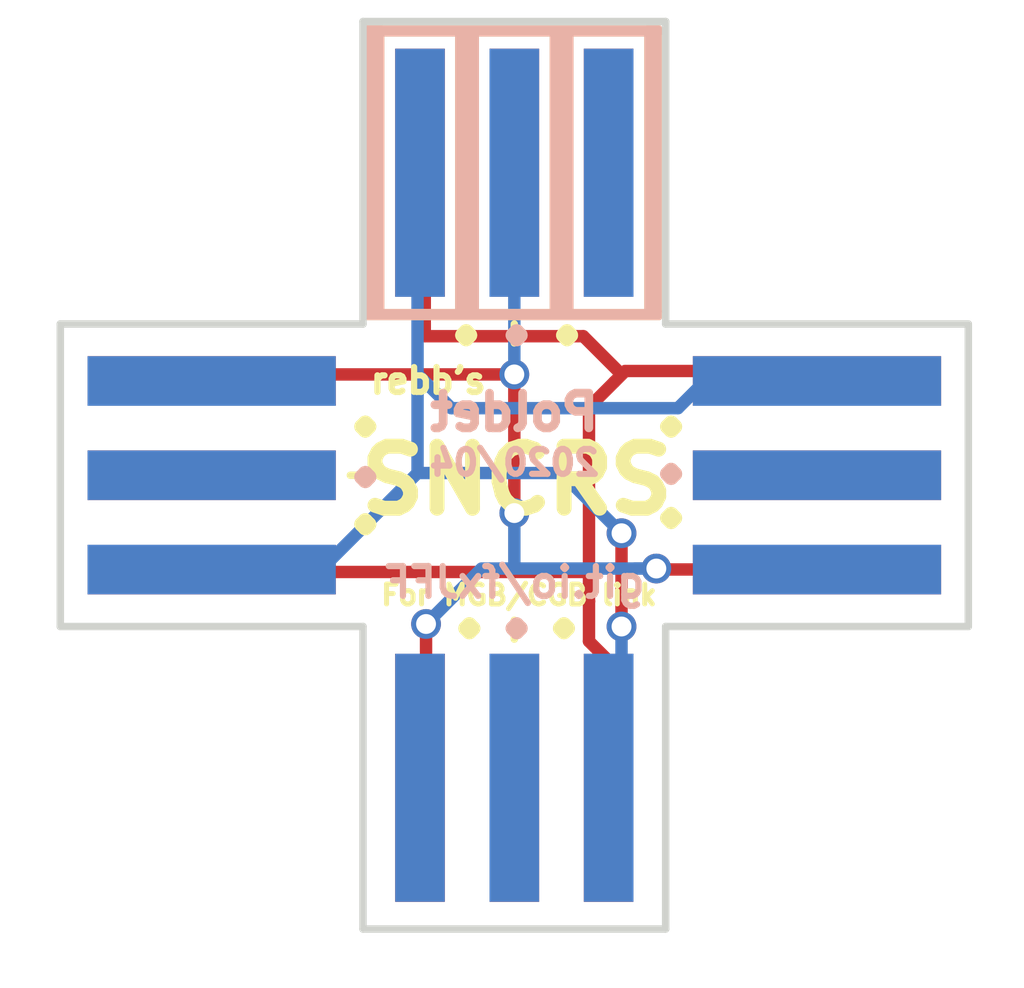
<source format=kicad_pcb>
(kicad_pcb (version 20171130) (host pcbnew "(5.1.5-0-10_14)")

  (general
    (thickness 1.4)
    (drawings 46)
    (tracks 70)
    (zones 0)
    (modules 4)
    (nets 16)
  )

  (page A4)
  (title_block
    (title Syncross)
    (date 2018-10-02)
    (rev 2)
    (comment 1 "Original layout by rebb")
    (comment 2 "Refinements by Poldet")
  )

  (layers
    (0 F.Cu signal)
    (31 B.Cu signal)
    (32 B.Adhes user)
    (33 F.Adhes user)
    (34 B.Paste user)
    (35 F.Paste user)
    (36 B.SilkS user)
    (37 F.SilkS user)
    (38 B.Mask user)
    (39 F.Mask user)
    (40 Dwgs.User user)
    (41 Cmts.User user)
    (42 Eco1.User user)
    (43 Eco2.User user)
    (44 Edge.Cuts user)
    (45 Margin user)
    (46 B.CrtYd user)
    (47 F.CrtYd user)
    (48 B.Fab user)
    (49 F.Fab user)
  )

  (setup
    (last_trace_width 0.25)
    (trace_clearance 0.2)
    (zone_clearance 0.508)
    (zone_45_only no)
    (trace_min 0.2)
    (via_size 0.6)
    (via_drill 0.4)
    (via_min_size 0.4)
    (via_min_drill 0.3)
    (uvia_size 0.3)
    (uvia_drill 0.1)
    (uvias_allowed no)
    (uvia_min_size 0.2)
    (uvia_min_drill 0.1)
    (edge_width 0.15)
    (segment_width 0.2)
    (pcb_text_width 0.3)
    (pcb_text_size 1.5 1.5)
    (mod_edge_width 0.15)
    (mod_text_size 1 1)
    (mod_text_width 0.15)
    (pad_size 1.524 1.524)
    (pad_drill 0.762)
    (pad_to_mask_clearance 0.2)
    (aux_axis_origin 0 0)
    (visible_elements FFFFFF7F)
    (pcbplotparams
      (layerselection 0x00030_80000001)
      (usegerberextensions false)
      (usegerberattributes false)
      (usegerberadvancedattributes false)
      (creategerberjobfile false)
      (excludeedgelayer true)
      (linewidth 0.100000)
      (plotframeref false)
      (viasonmask false)
      (mode 1)
      (useauxorigin false)
      (hpglpennumber 1)
      (hpglpenspeed 20)
      (hpglpendiameter 15.000000)
      (psnegative false)
      (psa4output false)
      (plotreference true)
      (plotvalue true)
      (plotinvisibletext false)
      (padsonsilk false)
      (subtractmaskfromsilk false)
      (outputformat 1)
      (mirror false)
      (drillshape 1)
      (scaleselection 1)
      (outputdirectory ""))
  )

  (net 0 "")
  (net 1 "Net-(conn1-Pad3)")
  (net 2 "Net-(conn1-Pad1)")
  (net 3 "Net-(conn1-Pad4)")
  (net 4 "Net-(conn1-Pad2)")
  (net 5 "Net-(conn1-Pad5)")
  (net 6 "Net-(conn1-Pad6)")
  (net 7 "Net-(conn2-Pad1)")
  (net 8 "Net-(conn2-Pad4)")
  (net 9 "Net-(conn3-Pad1)")
  (net 10 "Net-(conn3-Pad4)")
  (net 11 "Net-(conn5-Pad1)")
  (net 12 "Net-(conn5-Pad4)")
  (net 13 "Net-(conn2-Pad3)")
  (net 14 "Net-(conn3-Pad3)")
  (net 15 "Net-(conn5-Pad3)")

  (net_class Default "This is the default net class."
    (clearance 0.2)
    (trace_width 0.25)
    (via_dia 0.6)
    (via_drill 0.4)
    (uvia_dia 0.3)
    (uvia_drill 0.1)
    (add_net "Net-(conn1-Pad1)")
    (add_net "Net-(conn1-Pad2)")
    (add_net "Net-(conn1-Pad3)")
    (add_net "Net-(conn1-Pad4)")
    (add_net "Net-(conn1-Pad5)")
    (add_net "Net-(conn1-Pad6)")
    (add_net "Net-(conn2-Pad1)")
    (add_net "Net-(conn2-Pad3)")
    (add_net "Net-(conn2-Pad4)")
    (add_net "Net-(conn3-Pad1)")
    (add_net "Net-(conn3-Pad3)")
    (add_net "Net-(conn3-Pad4)")
    (add_net "Net-(conn5-Pad1)")
    (add_net "Net-(conn5-Pad3)")
    (add_net "Net-(conn5-Pad4)")
  )

  (module gb_link:gb-link-socket123 (layer F.Cu) (tedit 5BB29DA5) (tstamp 5869AFBD)
    (at 151.638 104.902)
    (path /584784C8)
    (fp_text reference "" (at 0 4) (layer F.SilkS)
      (effects (font (size 1 1) (thickness 0.15)))
    )
    (fp_text value GBC_link_edge_connector (at 0 -4) (layer F.Fab)
      (effects (font (size 1 1) (thickness 0.15)))
    )
    (pad 4 connect rect (at 0 0) (size 1 5) (layers F.Cu F.Mask)
      (net 10 "Net-(conn3-Pad4)"))
    (pad 6 connect rect (at 1.9 0) (size 1 5) (layers F.Cu F.Mask)
      (net 6 "Net-(conn1-Pad6)"))
    (pad 2 connect rect (at -1.9 0) (size 1 5) (layers F.Cu F.Mask)
      (net 1 "Net-(conn1-Pad3)"))
    (pad 5 connect rect (at 1.9 0) (size 1 5) (layers B.Cu B.Mask)
      (net 5 "Net-(conn1-Pad5)"))
    (pad 3 connect rect (at 0 0) (size 1 5) (layers B.Cu B.Mask)
      (net 14 "Net-(conn3-Pad3)"))
    (pad 1 connect rect (at -1.9 0) (size 1 5) (layers B.Cu B.Mask)
      (net 9 "Net-(conn3-Pad1)"))
  )

  (module gb_link:gb-link-socket123 (layer F.Cu) (tedit 5BB29D90) (tstamp 5869AFB3)
    (at 157.734 98.806 90)
    (path /584782F1)
    (fp_text reference "" (at 5.6388 3.9116 90) (layer F.SilkS)
      (effects (font (size 1 1) (thickness 0.15)))
    )
    (fp_text value GBC_link_edge_connector (at 0 -4 90) (layer F.Fab)
      (effects (font (size 1 1) (thickness 0.15)))
    )
    (pad 4 connect rect (at 0 0 90) (size 1 5) (layers F.Cu F.Mask)
      (net 8 "Net-(conn2-Pad4)"))
    (pad 6 connect rect (at 1.9 0 90) (size 1 5) (layers F.Cu F.Mask)
      (net 6 "Net-(conn1-Pad6)"))
    (pad 2 connect rect (at -1.9 0 90) (size 1 5) (layers F.Cu F.Mask)
      (net 1 "Net-(conn1-Pad3)"))
    (pad 5 connect rect (at 1.9 0 90) (size 1 5) (layers B.Cu B.Mask)
      (net 5 "Net-(conn1-Pad5)"))
    (pad 3 connect rect (at 0 0 90) (size 1 5) (layers B.Cu B.Mask)
      (net 13 "Net-(conn2-Pad3)"))
    (pad 1 connect rect (at -1.9 0 90) (size 1 5) (layers B.Cu B.Mask)
      (net 7 "Net-(conn2-Pad1)"))
  )

  (module gb_link:gb-link-socket123 (layer F.Cu) (tedit 5BB29D5C) (tstamp 5869AFA9)
    (at 151.638 92.71 180)
    (path /584783EF)
    (fp_text reference Master (at 0 4 180) (layer F.SilkS) hide
      (effects (font (size 1 1) (thickness 0.15)))
    )
    (fp_text value GBC_link_edge_connector (at 0 -4 180) (layer F.Fab)
      (effects (font (size 1 1) (thickness 0.15)))
    )
    (pad 4 connect rect (at 0 0 180) (size 1 5) (layers F.Cu F.Mask)
      (net 3 "Net-(conn1-Pad4)"))
    (pad 6 connect rect (at 1.9 0 180) (size 1 5) (layers F.Cu F.Mask)
      (net 6 "Net-(conn1-Pad6)"))
    (pad 2 connect rect (at -1.9 0 180) (size 1 5) (layers F.Cu F.Mask)
      (net 4 "Net-(conn1-Pad2)"))
    (pad 5 connect rect (at 1.9 0 180) (size 1 5) (layers B.Cu B.Mask)
      (net 5 "Net-(conn1-Pad5)"))
    (pad 3 connect rect (at 0 0 180) (size 1 5) (layers B.Cu B.Mask)
      (net 1 "Net-(conn1-Pad3)"))
    (pad 1 connect rect (at -1.9 0 180) (size 1 5) (layers B.Cu B.Mask)
      (net 2 "Net-(conn1-Pad1)"))
  )

  (module gb_link:gb-link-socket123 (layer F.Cu) (tedit 5BB29D05) (tstamp 5869AFC7)
    (at 145.542 98.806 270)
    (path /5847847E)
    (fp_text reference "" (at 0 4 270) (layer F.SilkS)
      (effects (font (size 1 1) (thickness 0.15)))
    )
    (fp_text value GBC_link_edge_connector (at 0 -4 270) (layer F.Fab)
      (effects (font (size 1 1) (thickness 0.15)))
    )
    (pad 4 connect rect (at 0 0 270) (size 1 5) (layers F.Cu F.Mask)
      (net 12 "Net-(conn5-Pad4)"))
    (pad 6 connect rect (at 1.9 0 270) (size 1 5) (layers F.Cu F.Mask)
      (net 6 "Net-(conn1-Pad6)"))
    (pad 2 connect rect (at -1.9 0 270) (size 1 5) (layers F.Cu F.Mask)
      (net 1 "Net-(conn1-Pad3)"))
    (pad 5 connect rect (at 1.9 0 270) (size 1 5) (layers B.Cu B.Mask)
      (net 5 "Net-(conn1-Pad5)"))
    (pad 3 connect rect (at 0 0 270) (size 1 5) (layers B.Cu B.Mask)
      (net 15 "Net-(conn5-Pad3)"))
    (pad 1 connect rect (at -1.9 0 270) (size 1 5) (layers B.Cu B.Mask)
      (net 11 "Net-(conn5-Pad1)"))
  )

  (gr_poly (pts (xy 154.559 95.631) (xy 148.59 95.631) (xy 148.59 95.504) (xy 154.559 95.504)) (layer B.SilkS) (width 0.1) (tstamp 5E989E09))
  (gr_poly (pts (xy 154.559 89.916) (xy 148.59 89.916) (xy 148.59 89.789) (xy 154.559 89.789)) (layer B.SilkS) (width 0.1) (tstamp 5E989DFB))
  (gr_poly (pts (xy 154.559 95.504) (xy 154.305 95.504) (xy 154.305 89.789) (xy 154.559 89.789)) (layer B.SilkS) (width 0.1) (tstamp 5E989DF3))
  (gr_poly (pts (xy 152.781 95.504) (xy 152.4 95.504) (xy 152.4 89.916) (xy 152.781 89.916)) (layer B.SilkS) (width 0.1) (tstamp 5E989DEA))
  (gr_poly (pts (xy 150.876 95.504) (xy 150.495 95.504) (xy 150.495 89.916) (xy 150.876 89.916)) (layer B.SilkS) (width 0.1) (tstamp 5E989DDE))
  (gr_poly (pts (xy 148.971 95.504) (xy 148.59 95.504) (xy 148.59 89.789) (xy 148.971 89.789)) (layer B.SilkS) (width 0.1) (tstamp 5E989DC6))
  (gr_line (start 151.638 102.108) (end 151.638 101.727) (layer F.SilkS) (width 0.15))
  (gr_line (start 151.638 95.758) (end 151.638 96.139) (layer F.SilkS) (width 0.15))
  (gr_line (start 154.94 98.806) (end 154.686 98.806) (layer F.SilkS) (width 0.15))
  (gr_line (start 148.336 98.806) (end 148.59 98.806) (layer F.SilkS) (width 0.15))
  (gr_poly (pts (xy 152.781 95.504) (xy 152.4 95.504) (xy 152.4 89.916) (xy 152.781 89.916)) (layer F.SilkS) (width 0.1))
  (gr_poly (pts (xy 150.876 95.504) (xy 150.495 95.504) (xy 150.495 89.916) (xy 150.876 89.916)) (layer F.SilkS) (width 0.1))
  (gr_poly (pts (xy 154.559 95.631) (xy 148.59 95.631) (xy 148.59 95.504) (xy 154.559 95.504)) (layer F.SilkS) (width 0.1))
  (gr_poly (pts (xy 154.559 95.504) (xy 154.305 95.504) (xy 154.305 89.789) (xy 154.559 89.789)) (layer F.SilkS) (width 0.1))
  (gr_poly (pts (xy 154.559 89.916) (xy 148.59 89.916) (xy 148.59 89.789) (xy 154.559 89.789)) (layer F.SilkS) (width 0.1))
  (gr_poly (pts (xy 148.971 95.504) (xy 148.59 95.504) (xy 148.59 89.789) (xy 148.971 89.789)) (layer F.SilkS) (width 0.1))
  (gr_text . (at 148.082 98.2345) (layer B.SilkS) (tstamp 5E9891B9)
    (effects (font (size 1.5 1.5) (thickness 0.3)) (justify left))
  )
  (gr_text . (at 151.13 101.2825) (layer B.SilkS) (tstamp 5E9891B9)
    (effects (font (size 1.5 1.5) (thickness 0.3)) (justify left))
  )
  (gr_text . (at 154.2415 98.171) (layer B.SilkS) (tstamp 5E9891B9)
    (effects (font (size 1.5 1.5) (thickness 0.3)) (justify left))
  )
  (gr_text . (at 151.13 95.377) (layer B.SilkS) (tstamp 5E989196)
    (effects (font (size 1.5 1.5) (thickness 0.3)) (justify left))
  )
  (gr_text . (at 148.082 97.2185) (layer F.SilkS) (tstamp 5E989196)
    (effects (font (size 1.5 1.5) (thickness 0.3)) (justify left))
  )
  (gr_text . (at 148.082 99.187) (layer F.SilkS) (tstamp 5E989196)
    (effects (font (size 1.5 1.5) (thickness 0.3)) (justify left))
  )
  (gr_text . (at 152.0825 101.2825) (layer F.SilkS) (tstamp 5E989196)
    (effects (font (size 1.5 1.5) (thickness 0.3)) (justify left))
  )
  (gr_text . (at 150.1775 101.2825) (layer F.SilkS) (tstamp 5E989196)
    (effects (font (size 1.5 1.5) (thickness 0.3)) (justify left))
  )
  (gr_text . (at 154.2415 99.06) (layer F.SilkS) (tstamp 5E97379C)
    (effects (font (size 1.5 1.5) (thickness 0.3)) (justify left))
  )
  (gr_text . (at 154.2415 97.2185) (layer F.SilkS) (tstamp 5E9737EA)
    (effects (font (size 1.5 1.5) (thickness 0.3)) (justify left))
  )
  (gr_text . (at 152.146 95.377) (layer F.SilkS) (tstamp 5E97379C)
    (effects (font (size 1.5 1.5) (thickness 0.3)) (justify left))
  )
  (gr_text . (at 150.114 95.377) (layer F.SilkS)
    (effects (font (size 1.5 1.5) (thickness 0.3)) (justify left))
  )
  (gr_text Poldet (at 151.638 97.536) (layer B.SilkS)
    (effects (font (size 0.7 0.7) (thickness 0.175)) (justify mirror))
  )
  (gr_text git.io/fxJFF (at 151.638 100.965) (layer B.SilkS)
    (effects (font (size 0.6 0.6) (thickness 0.125)) (justify mirror))
  )
  (gr_text "For MGB/CGB link" (at 154.559 101.219) (layer F.SilkS)
    (effects (font (size 0.4 0.4) (thickness 0.1)) (justify right))
  )
  (gr_text rebb’s (at 151.13 96.901) (layer F.SilkS)
    (effects (font (size 0.5 0.5) (thickness 0.125)) (justify right))
  )
  (gr_text 2020/04 (at 151.638 98.552) (layer B.SilkS)
    (effects (font (size 0.5 0.5) (thickness 0.125)) (justify mirror))
  )
  (gr_text SNCRS (at 151.6888 98.9076) (layer F.SilkS)
    (effects (font (size 1.25 1.25) (thickness 0.3)))
  )
  (gr_line (start 148.59 95.758) (end 148.59 89.662) (layer Edge.Cuts) (width 0.15))
  (gr_line (start 142.494 95.758) (end 148.59 95.758) (layer Edge.Cuts) (width 0.15))
  (gr_line (start 142.494 101.854) (end 142.494 95.758) (layer Edge.Cuts) (width 0.15))
  (gr_line (start 148.59 101.854) (end 142.494 101.854) (layer Edge.Cuts) (width 0.15))
  (gr_line (start 148.59 107.95) (end 148.59 101.854) (layer Edge.Cuts) (width 0.15))
  (gr_line (start 154.686 107.95) (end 148.59 107.95) (layer Edge.Cuts) (width 0.15))
  (gr_line (start 154.686 101.854) (end 154.686 107.95) (layer Edge.Cuts) (width 0.15))
  (gr_line (start 160.782 101.854) (end 154.686 101.854) (layer Edge.Cuts) (width 0.15))
  (gr_line (start 160.782 95.758) (end 160.782 101.854) (layer Edge.Cuts) (width 0.15))
  (gr_line (start 154.686 95.758) (end 160.782 95.758) (layer Edge.Cuts) (width 0.15))
  (gr_line (start 154.686 89.662) (end 154.686 95.758) (layer Edge.Cuts) (width 0.15))
  (gr_line (start 148.59 89.662) (end 154.686 89.662) (layer Edge.Cuts) (width 0.15))

  (segment (start 151.638 99.469186) (end 151.638 96.774) (width 0.25) (layer F.Cu) (net 1))
  (segment (start 151.638 100.6856) (end 151.638 99.5172) (width 0.25) (layer B.Cu) (net 1))
  (via (at 151.638 99.568) (size 0.6) (drill 0.4) (layers F.Cu B.Cu) (net 1))
  (segment (start 151.0284 100.6856) (end 151.5872 100.6856) (width 0.25) (layer B.Cu) (net 1))
  (segment (start 149.86 101.8032) (end 150.9776 100.6856) (width 0.25) (layer B.Cu) (net 1))
  (segment (start 154.51701 100.7044) (end 154.49821 100.6856) (width 0.25) (layer F.Cu) (net 1))
  (segment (start 157.6832 100.7044) (end 154.51701 100.7044) (width 0.25) (layer F.Cu) (net 1) (status 10))
  (via (at 154.49821 100.6856) (size 0.6) (drill 0.4) (layers F.Cu B.Cu) (net 1))
  (segment (start 149.86 104.8832) (end 149.86 101.8032) (width 0.25) (layer F.Cu) (net 1) (status 10))
  (segment (start 149.892 101.822) (end 149.9108 101.8032) (width 0.25) (layer F.Cu) (net 1))
  (via (at 149.86 101.8032) (size 0.6) (drill 0.4) (layers F.Cu B.Cu) (net 1))
  (segment (start 145.574 96.774) (end 147.574 96.774) (width 0.25) (layer F.Cu) (net 1) (status 30))
  (segment (start 145.659614 96.774) (end 151.638 96.774) (width 0.25) (layer F.Cu) (net 1) (status 10))
  (segment (start 151.638 92.712786) (end 151.638 96.774) (width 0.25) (layer B.Cu) (net 1) (status 10))
  (via (at 151.638 96.774) (size 0.6) (drill 0.4) (layers F.Cu B.Cu) (net 1))
  (segment (start 151.6888 92.71) (end 151.6888 94.71) (width 0.25) (layer B.Cu) (net 1) (status 30))
  (segment (start 157.702 100.711) (end 155.702 100.711) (width 0.25) (layer F.Cu) (net 1) (status 30))
  (segment (start 155.6324 100.8888) (end 157.6324 100.8888) (width 0.25) (layer F.Cu) (net 1) (status 30))
  (segment (start 149.892 104.902) (end 149.892 102.902) (width 0.25) (layer F.Cu) (net 1) (status 30))
  (segment (start 149.835802 102.902) (end 149.7716 102.902) (width 0.25) (layer F.Cu) (net 1) (status 30))
  (segment (start 149.7716 104.902) (end 149.7716 102.902) (width 0.25) (layer F.Cu) (net 1) (status 30))
  (segment (start 151.5872 100.6856) (end 154.49821 100.6856) (width 0.25) (layer B.Cu) (net 1))
  (segment (start 154.073946 100.6856) (end 154.49821 100.6856) (width 0.25) (layer B.Cu) (net 1))
  (segment (start 151.5872 100.6856) (end 151.7396 100.6856) (width 0.25) (layer B.Cu) (net 1))
  (segment (start 151.672786 96.7552) (end 151.6988 96.781214) (width 0.25) (layer F.Cu) (net 1))
  (segment (start 151.6988 96.781214) (end 151.658 96.740414) (width 0.25) (layer F.Cu) (net 1))
  (segment (start 151.6888 96.771214) (end 151.6988 96.781214) (width 0.25) (layer B.Cu) (net 1))
  (segment (start 153.6888 92.71) (end 153.6888 94.71) (width 0.25) (layer B.Cu) (net 2) (status 30))
  (segment (start 153.6888 92.71) (end 153.6888 94.71) (width 0.25) (layer F.Cu) (net 4) (status 30))
  (segment (start 153.6888 92.964) (end 153.6888 94.964) (width 0.25) (layer F.Cu) (net 4) (status 30))
  (segment (start 153.797 104.835202) (end 153.797 101.854) (width 0.25) (layer B.Cu) (net 5) (status 10))
  (segment (start 153.892 101.920798) (end 153.8732 101.901998) (width 0.25) (layer B.Cu) (net 5))
  (segment (start 153.797 99.9744) (end 153.797 101.901998) (width 0.25) (layer F.Cu) (net 5))
  (via (at 153.797 101.854) (size 0.6) (drill 0.4) (layers F.Cu B.Cu) (net 5))
  (via (at 153.797 99.9744) (size 0.6) (drill 0.4) (layers F.Cu B.Cu) (net 5))
  (segment (start 149.6888 98.7608) (end 152.55 98.7608) (width 0.25) (layer B.Cu) (net 5))
  (segment (start 152.5834 98.7608) (end 153.797 99.9744) (width 0.25) (layer B.Cu) (net 5))
  (segment (start 150.3692 97.4544) (end 149.6888 96.774) (width 0.25) (layer B.Cu) (net 5))
  (segment (start 154.9332 97.4544) (end 150.3692 97.4544) (width 0.25) (layer B.Cu) (net 5))
  (segment (start 155.6832 96.7044) (end 154.9332 97.4544) (width 0.25) (layer B.Cu) (net 5) (status 10))
  (segment (start 157.6832 96.7044) (end 155.6832 96.7044) (width 0.25) (layer B.Cu) (net 5) (status 30))
  (segment (start 147.6944 100.7552) (end 149.6888 98.7608) (width 0.25) (layer B.Cu) (net 5) (status 10))
  (segment (start 149.6888 98.7608) (end 149.6888 96.774) (width 0.25) (layer B.Cu) (net 5))
  (segment (start 145.6944 100.7552) (end 147.6944 100.7552) (width 0.25) (layer B.Cu) (net 5) (status 30))
  (segment (start 149.6888 96.774) (end 149.6888 92.71) (width 0.25) (layer B.Cu) (net 5) (status 20))
  (segment (start 153.142 100.7872) (end 153.142 97.4356) (width 0.25) (layer F.Cu) (net 6))
  (segment (start 153.142 101.346) (end 153.142 100.7872) (width 0.25) (layer F.Cu) (net 6))
  (segment (start 153.142 100.7872) (end 153.11 100.7552) (width 0.25) (layer F.Cu) (net 6))
  (segment (start 153.11 100.7552) (end 145.6944 100.7552) (width 0.25) (layer F.Cu) (net 6) (status 20))
  (segment (start 147.6944 100.7552) (end 145.6944 100.7552) (width 0.25) (layer F.Cu) (net 6) (status 30))
  (segment (start 153.142 101.346) (end 153.126599 101.361401) (width 0.25) (layer F.Cu) (net 6))
  (segment (start 153.142 102.152) (end 153.142 101.346) (width 0.25) (layer F.Cu) (net 6))
  (segment (start 153.142 97.4356) (end 153.6512 96.9264) (width 0.25) (layer F.Cu) (net 6))
  (segment (start 153.6512 96.9264) (end 153.8732 96.7044) (width 0.25) (layer F.Cu) (net 6))
  (segment (start 149.8346 92.5576) (end 149.8346 96.003804) (width 0.25) (layer F.Cu) (net 6) (status 10))
  (segment (start 149.8346 96.003804) (end 153.026804 96.003804) (width 0.25) (layer F.Cu) (net 6))
  (segment (start 153.026804 96.003804) (end 153.797 96.774) (width 0.25) (layer F.Cu) (net 6))
  (segment (start 153.892 102.902) (end 153.142 102.152) (width 0.25) (layer F.Cu) (net 6) (status 10))
  (segment (start 153.797 104.902) (end 153.797 102.902) (width 0.25) (layer F.Cu) (net 6) (status 30))
  (segment (start 157.6832 96.7044) (end 153.8732 96.7044) (width 0.25) (layer F.Cu) (net 6) (status 10))
  (segment (start 144.145 100.711) (end 146.145 100.711) (width 0.25) (layer F.Cu) (net 6) (status 30))
  (segment (start 157.6832 96.7044) (end 155.6832 96.7044) (width 0.25) (layer F.Cu) (net 6) (status 30))
  (segment (start 149.86 102.743) (end 149.86 104.635391) (width 0.25) (layer B.Cu) (net 9) (status 30))
  (segment (start 149.7076 104.838) (end 149.7716 104.902) (width 0.25) (layer B.Cu) (net 9) (status 30))
  (segment (start 146.145 97.028) (end 144.145 97.028) (width 0.25) (layer B.Cu) (net 11) (status 30))
  (segment (start 145.796 99.06) (end 145.6436 98.9076) (width 0.25) (layer F.Cu) (net 12) (status 30))
  (segment (start 144.145 99.06) (end 146.895 99.06) (width 0.25) (layer F.Cu) (net 12) (status 30))
  (segment (start 147.53 99.06) (end 146.895 99.06) (width 0.25) (layer F.Cu) (net 12) (status 30))
  (segment (start 157.702 98.806) (end 155.702 98.806) (width 0.25) (layer B.Cu) (net 13) (status 30))
  (segment (start 151.7716 102.902) (end 151.7716 102.738998) (width 0.25) (layer B.Cu) (net 14) (status 30))

)

</source>
